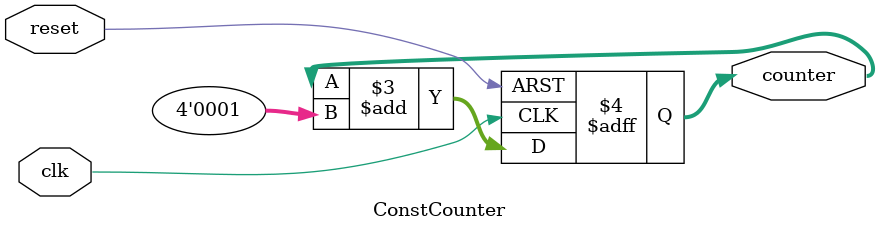
<source format=v>
module ConstCounter (input clk, input reset, output reg [3:0] counter);
    always @(posedge clk or posedge reset) begin
        if (reset == 1'b1) begin 
            counter = 4'b0000;
        end else begin
            counter = counter + 4'b0001;
        end
    end
endmodule
</source>
